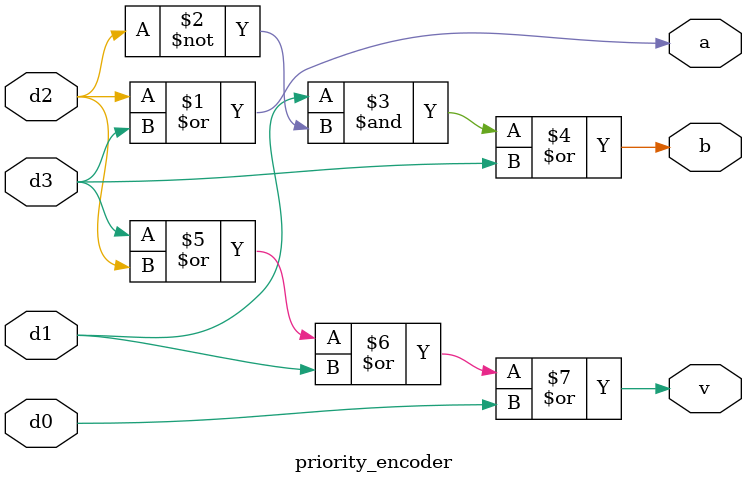
<source format=v>
`timescale 1ns / 1ps
module priority_encoder(
input d0,d1,d2,d3,
output a,b,v
    );
    assign a = d2|d3;
    assign b=( d1 &(~d2))|d3;
    assign v = d3|d2|d1|d0;
endmodule

</source>
